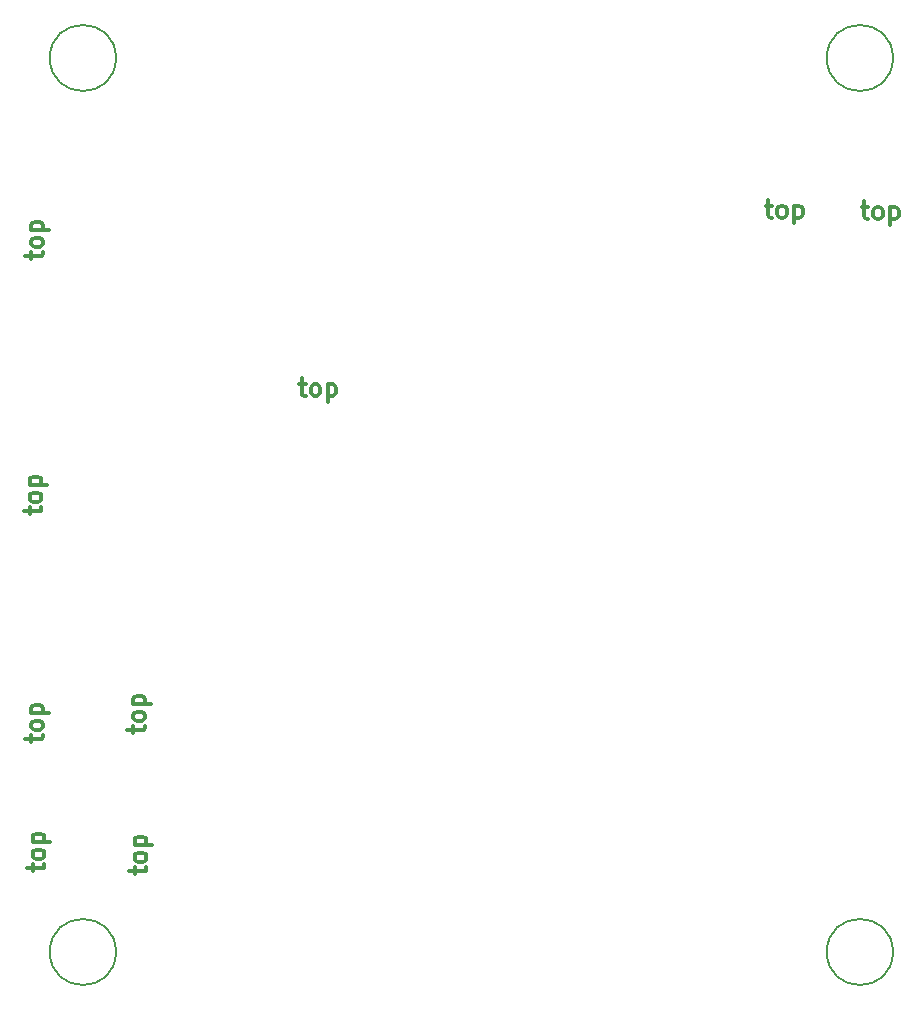
<source format=gbr>
G04 #@! TF.GenerationSoftware,KiCad,Pcbnew,5.0.2-bee76a0~70~ubuntu18.04.1*
G04 #@! TF.CreationDate,2019-05-27T22:26:56+02:00*
G04 #@! TF.ProjectId,flypi,666c7970-692e-46b6-9963-61645f706362,rev?*
G04 #@! TF.SameCoordinates,Original*
G04 #@! TF.FileFunction,Other,Comment*
%FSLAX46Y46*%
G04 Gerber Fmt 4.6, Leading zero omitted, Abs format (unit mm)*
G04 Created by KiCad (PCBNEW 5.0.2-bee76a0~70~ubuntu18.04.1) date Mon 27 May 2019 22:26:56 CEST*
%MOMM*%
%LPD*%
G01*
G04 APERTURE LIST*
%ADD10C,0.300000*%
%ADD11C,0.150000*%
G04 APERTURE END LIST*
D10*
X114486571Y-110735857D02*
X114486571Y-110164428D01*
X113986571Y-110521571D02*
X115272285Y-110521571D01*
X115415142Y-110450142D01*
X115486571Y-110307285D01*
X115486571Y-110164428D01*
X115486571Y-109450142D02*
X115415142Y-109593000D01*
X115343714Y-109664428D01*
X115200857Y-109735857D01*
X114772285Y-109735857D01*
X114629428Y-109664428D01*
X114558000Y-109593000D01*
X114486571Y-109450142D01*
X114486571Y-109235857D01*
X114558000Y-109093000D01*
X114629428Y-109021571D01*
X114772285Y-108950142D01*
X115200857Y-108950142D01*
X115343714Y-109021571D01*
X115415142Y-109093000D01*
X115486571Y-109235857D01*
X115486571Y-109450142D01*
X114486571Y-108307285D02*
X115986571Y-108307285D01*
X114558000Y-108307285D02*
X114486571Y-108164428D01*
X114486571Y-107878714D01*
X114558000Y-107735857D01*
X114629428Y-107664428D01*
X114772285Y-107593000D01*
X115200857Y-107593000D01*
X115343714Y-107664428D01*
X115415142Y-107735857D01*
X115486571Y-107878714D01*
X115486571Y-108164428D01*
X115415142Y-108307285D01*
X114613571Y-122673857D02*
X114613571Y-122102428D01*
X114113571Y-122459571D02*
X115399285Y-122459571D01*
X115542142Y-122388142D01*
X115613571Y-122245285D01*
X115613571Y-122102428D01*
X115613571Y-121388142D02*
X115542142Y-121531000D01*
X115470714Y-121602428D01*
X115327857Y-121673857D01*
X114899285Y-121673857D01*
X114756428Y-121602428D01*
X114685000Y-121531000D01*
X114613571Y-121388142D01*
X114613571Y-121173857D01*
X114685000Y-121031000D01*
X114756428Y-120959571D01*
X114899285Y-120888142D01*
X115327857Y-120888142D01*
X115470714Y-120959571D01*
X115542142Y-121031000D01*
X115613571Y-121173857D01*
X115613571Y-121388142D01*
X114613571Y-120245285D02*
X116113571Y-120245285D01*
X114685000Y-120245285D02*
X114613571Y-120102428D01*
X114613571Y-119816714D01*
X114685000Y-119673857D01*
X114756428Y-119602428D01*
X114899285Y-119531000D01*
X115327857Y-119531000D01*
X115470714Y-119602428D01*
X115542142Y-119673857D01*
X115613571Y-119816714D01*
X115613571Y-120102428D01*
X115542142Y-120245285D01*
X105977571Y-122419857D02*
X105977571Y-121848428D01*
X105477571Y-122205571D02*
X106763285Y-122205571D01*
X106906142Y-122134142D01*
X106977571Y-121991285D01*
X106977571Y-121848428D01*
X106977571Y-121134142D02*
X106906142Y-121277000D01*
X106834714Y-121348428D01*
X106691857Y-121419857D01*
X106263285Y-121419857D01*
X106120428Y-121348428D01*
X106049000Y-121277000D01*
X105977571Y-121134142D01*
X105977571Y-120919857D01*
X106049000Y-120777000D01*
X106120428Y-120705571D01*
X106263285Y-120634142D01*
X106691857Y-120634142D01*
X106834714Y-120705571D01*
X106906142Y-120777000D01*
X106977571Y-120919857D01*
X106977571Y-121134142D01*
X105977571Y-119991285D02*
X107477571Y-119991285D01*
X106049000Y-119991285D02*
X105977571Y-119848428D01*
X105977571Y-119562714D01*
X106049000Y-119419857D01*
X106120428Y-119348428D01*
X106263285Y-119277000D01*
X106691857Y-119277000D01*
X106834714Y-119348428D01*
X106906142Y-119419857D01*
X106977571Y-119562714D01*
X106977571Y-119848428D01*
X106906142Y-119991285D01*
X105850571Y-111497857D02*
X105850571Y-110926428D01*
X105350571Y-111283571D02*
X106636285Y-111283571D01*
X106779142Y-111212142D01*
X106850571Y-111069285D01*
X106850571Y-110926428D01*
X106850571Y-110212142D02*
X106779142Y-110355000D01*
X106707714Y-110426428D01*
X106564857Y-110497857D01*
X106136285Y-110497857D01*
X105993428Y-110426428D01*
X105922000Y-110355000D01*
X105850571Y-110212142D01*
X105850571Y-109997857D01*
X105922000Y-109855000D01*
X105993428Y-109783571D01*
X106136285Y-109712142D01*
X106564857Y-109712142D01*
X106707714Y-109783571D01*
X106779142Y-109855000D01*
X106850571Y-109997857D01*
X106850571Y-110212142D01*
X105850571Y-109069285D02*
X107350571Y-109069285D01*
X105922000Y-109069285D02*
X105850571Y-108926428D01*
X105850571Y-108640714D01*
X105922000Y-108497857D01*
X105993428Y-108426428D01*
X106136285Y-108355000D01*
X106564857Y-108355000D01*
X106707714Y-108426428D01*
X106779142Y-108497857D01*
X106850571Y-108640714D01*
X106850571Y-108926428D01*
X106779142Y-109069285D01*
X128532142Y-81212571D02*
X129103571Y-81212571D01*
X128746428Y-80712571D02*
X128746428Y-81998285D01*
X128817857Y-82141142D01*
X128960714Y-82212571D01*
X129103571Y-82212571D01*
X129817857Y-82212571D02*
X129675000Y-82141142D01*
X129603571Y-82069714D01*
X129532142Y-81926857D01*
X129532142Y-81498285D01*
X129603571Y-81355428D01*
X129675000Y-81284000D01*
X129817857Y-81212571D01*
X130032142Y-81212571D01*
X130175000Y-81284000D01*
X130246428Y-81355428D01*
X130317857Y-81498285D01*
X130317857Y-81926857D01*
X130246428Y-82069714D01*
X130175000Y-82141142D01*
X130032142Y-82212571D01*
X129817857Y-82212571D01*
X130960714Y-81212571D02*
X130960714Y-82712571D01*
X130960714Y-81284000D02*
X131103571Y-81212571D01*
X131389285Y-81212571D01*
X131532142Y-81284000D01*
X131603571Y-81355428D01*
X131675000Y-81498285D01*
X131675000Y-81926857D01*
X131603571Y-82069714D01*
X131532142Y-82141142D01*
X131389285Y-82212571D01*
X131103571Y-82212571D01*
X130960714Y-82141142D01*
X105723571Y-92193857D02*
X105723571Y-91622428D01*
X105223571Y-91979571D02*
X106509285Y-91979571D01*
X106652142Y-91908142D01*
X106723571Y-91765285D01*
X106723571Y-91622428D01*
X106723571Y-90908142D02*
X106652142Y-91051000D01*
X106580714Y-91122428D01*
X106437857Y-91193857D01*
X106009285Y-91193857D01*
X105866428Y-91122428D01*
X105795000Y-91051000D01*
X105723571Y-90908142D01*
X105723571Y-90693857D01*
X105795000Y-90551000D01*
X105866428Y-90479571D01*
X106009285Y-90408142D01*
X106437857Y-90408142D01*
X106580714Y-90479571D01*
X106652142Y-90551000D01*
X106723571Y-90693857D01*
X106723571Y-90908142D01*
X105723571Y-89765285D02*
X107223571Y-89765285D01*
X105795000Y-89765285D02*
X105723571Y-89622428D01*
X105723571Y-89336714D01*
X105795000Y-89193857D01*
X105866428Y-89122428D01*
X106009285Y-89051000D01*
X106437857Y-89051000D01*
X106580714Y-89122428D01*
X106652142Y-89193857D01*
X106723571Y-89336714D01*
X106723571Y-89622428D01*
X106652142Y-89765285D01*
X105850571Y-70603857D02*
X105850571Y-70032428D01*
X105350571Y-70389571D02*
X106636285Y-70389571D01*
X106779142Y-70318142D01*
X106850571Y-70175285D01*
X106850571Y-70032428D01*
X106850571Y-69318142D02*
X106779142Y-69461000D01*
X106707714Y-69532428D01*
X106564857Y-69603857D01*
X106136285Y-69603857D01*
X105993428Y-69532428D01*
X105922000Y-69461000D01*
X105850571Y-69318142D01*
X105850571Y-69103857D01*
X105922000Y-68961000D01*
X105993428Y-68889571D01*
X106136285Y-68818142D01*
X106564857Y-68818142D01*
X106707714Y-68889571D01*
X106779142Y-68961000D01*
X106850571Y-69103857D01*
X106850571Y-69318142D01*
X105850571Y-68175285D02*
X107350571Y-68175285D01*
X105922000Y-68175285D02*
X105850571Y-68032428D01*
X105850571Y-67746714D01*
X105922000Y-67603857D01*
X105993428Y-67532428D01*
X106136285Y-67461000D01*
X106564857Y-67461000D01*
X106707714Y-67532428D01*
X106779142Y-67603857D01*
X106850571Y-67746714D01*
X106850571Y-68032428D01*
X106779142Y-68175285D01*
X168029142Y-66099571D02*
X168600571Y-66099571D01*
X168243428Y-65599571D02*
X168243428Y-66885285D01*
X168314857Y-67028142D01*
X168457714Y-67099571D01*
X168600571Y-67099571D01*
X169314857Y-67099571D02*
X169172000Y-67028142D01*
X169100571Y-66956714D01*
X169029142Y-66813857D01*
X169029142Y-66385285D01*
X169100571Y-66242428D01*
X169172000Y-66171000D01*
X169314857Y-66099571D01*
X169529142Y-66099571D01*
X169672000Y-66171000D01*
X169743428Y-66242428D01*
X169814857Y-66385285D01*
X169814857Y-66813857D01*
X169743428Y-66956714D01*
X169672000Y-67028142D01*
X169529142Y-67099571D01*
X169314857Y-67099571D01*
X170457714Y-66099571D02*
X170457714Y-67599571D01*
X170457714Y-66171000D02*
X170600571Y-66099571D01*
X170886285Y-66099571D01*
X171029142Y-66171000D01*
X171100571Y-66242428D01*
X171172000Y-66385285D01*
X171172000Y-66813857D01*
X171100571Y-66956714D01*
X171029142Y-67028142D01*
X170886285Y-67099571D01*
X170600571Y-67099571D01*
X170457714Y-67028142D01*
X176157142Y-66226571D02*
X176728571Y-66226571D01*
X176371428Y-65726571D02*
X176371428Y-67012285D01*
X176442857Y-67155142D01*
X176585714Y-67226571D01*
X176728571Y-67226571D01*
X177442857Y-67226571D02*
X177300000Y-67155142D01*
X177228571Y-67083714D01*
X177157142Y-66940857D01*
X177157142Y-66512285D01*
X177228571Y-66369428D01*
X177300000Y-66298000D01*
X177442857Y-66226571D01*
X177657142Y-66226571D01*
X177800000Y-66298000D01*
X177871428Y-66369428D01*
X177942857Y-66512285D01*
X177942857Y-66940857D01*
X177871428Y-67083714D01*
X177800000Y-67155142D01*
X177657142Y-67226571D01*
X177442857Y-67226571D01*
X178585714Y-66226571D02*
X178585714Y-67726571D01*
X178585714Y-66298000D02*
X178728571Y-66226571D01*
X179014285Y-66226571D01*
X179157142Y-66298000D01*
X179228571Y-66369428D01*
X179300000Y-66512285D01*
X179300000Y-66940857D01*
X179228571Y-67083714D01*
X179157142Y-67155142D01*
X179014285Y-67226571D01*
X178728571Y-67226571D01*
X178585714Y-67155142D01*
D11*
G04 #@! TO.C,REF\002A\002A*
X178822000Y-129286000D02*
G75*
G03X178822000Y-129286000I-2800000J0D01*
G01*
X178822000Y-53594000D02*
G75*
G03X178822000Y-53594000I-2800000J0D01*
G01*
X113036000Y-53594000D02*
G75*
G03X113036000Y-53594000I-2800000J0D01*
G01*
X113036000Y-129286000D02*
G75*
G03X113036000Y-129286000I-2800000J0D01*
G01*
G04 #@! TD*
M02*

</source>
